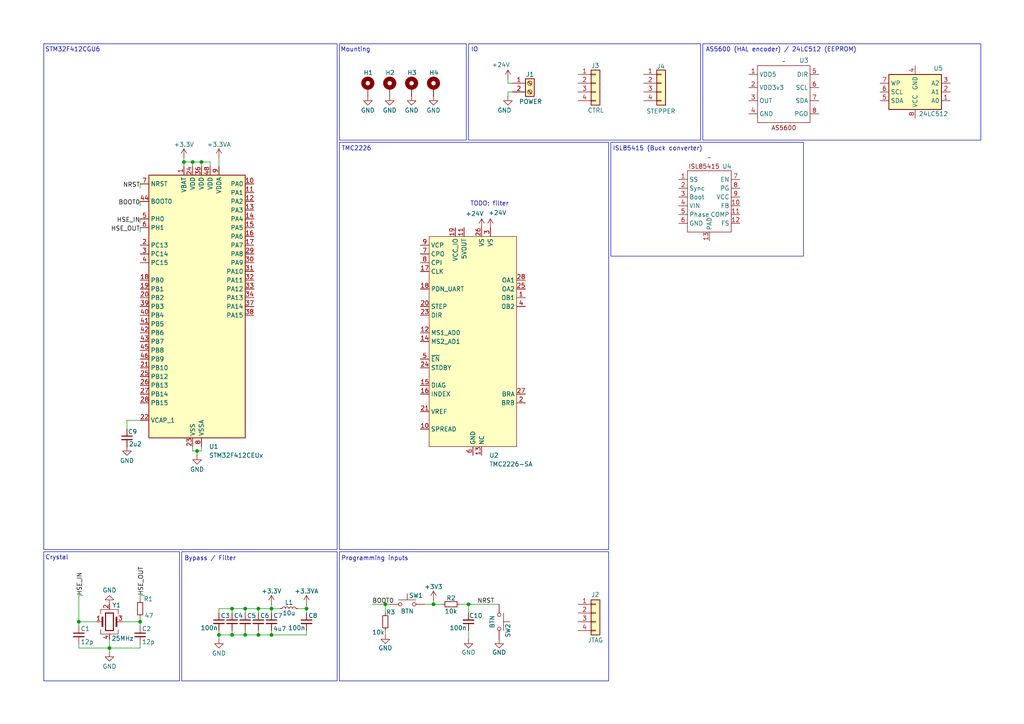
<source format=kicad_sch>
(kicad_sch (version 20231120) (generator "eeschema") (generator_version "8.0")
  (paper "A4")
  (lib_symbols
    (symbol "Connector:Screw_Terminal_01x02" (pin_names (offset 1.016) hide)
      (property "Reference" "J" (at 0 2.54 0))
      (property "Value" "Screw_Terminal_01x02" (at 0 -5.08 0))
      (symbol "Screw_Terminal_01x02_1_1"
        (rectangle (start -1.27 1.27) (end 1.27 -3.81) (stroke (width 0.254)) (fill (type background)))
        (circle (center 0 -2.54) (radius 0.635) (stroke (width 0.1524)))
        (polyline (pts (xy -0.5334 -2.2098) (xy 0.3302 -3.048)) (stroke (width 0.1524)))
        (polyline (pts (xy -0.5334 0.3302) (xy 0.3302 -0.508)) (stroke (width 0.1524)))
        (polyline (pts (xy -0.3556 -2.032) (xy 0.508 -2.8702)) (stroke (width 0.1524)))
        (polyline (pts (xy -0.3556 0.508) (xy 0.508 -0.3302)) (stroke (width 0.1524)))
        (circle (center 0 0) (radius 0.635) (stroke (width 0.1524)))
        (pin passive line (at -5.08 0 0) (length 3.81) (name "Pin_1") (number "1"))
        (pin passive line (at -5.08 -2.54 0) (length 3.81) (name "Pin_2") (number "2"))
      )
    )
    (symbol "Connector_Generic:Conn_01x04" (pin_names (offset 1.016) hide)
      (property "Reference" "J" (at 0 5.08 0))
      (property "Value" "Conn_01x04" (at 0 -7.62 0))
      (symbol "Conn_01x04_1_1"
        (rectangle (start -1.27 -4.953) (end 0 -5.207) (stroke (width 0.1524)))
        (rectangle (start -1.27 -2.413) (end 0 -2.667) (stroke (width 0.1524)))
        (rectangle (start -1.27 0.127) (end 0 -0.127) (stroke (width 0.1524)))
        (rectangle (start -1.27 2.667) (end 0 2.413) (stroke (width 0.1524)))
        (rectangle (start -1.27 3.81) (end 1.27 -6.35) (stroke (width 0.254)) (fill (type background)))
        (pin passive line (at -5.08 2.54 0) (length 3.81) (name "Pin_1") (number "1"))
        (pin passive line (at -5.08 0 0) (length 3.81) (name "Pin_2") (number "2"))
        (pin passive line (at -5.08 -2.54 0) (length 3.81) (name "Pin_3") (number "3"))
        (pin passive line (at -5.08 -5.08 0) (length 3.81) (name "Pin_4") (number "4"))
      )
    )
    (symbol "Device:C_Small" (pin_numbers hide) (pin_names (offset 0.254) hide)
      (property "Reference" "C" (at 0.254 1.778 0))
      (property "Value" "C_Small" (at 0.254 -2.032 0))
      (symbol "C_Small_0_1"
        (polyline (pts (xy -1.524 -0.508) (xy 1.524 -0.508)) (stroke (width 0.3302)))
        (polyline (pts (xy -1.524 0.508) (xy 1.524 0.508)) (stroke (width 0.3048)))
      )
      (symbol "C_Small_1_1"
        (pin passive line (at 0 2.54 270) (length 2.032) (name "~") (number "1"))
        (pin passive line (at 0 -2.54 90) (length 2.032) (name "~") (number "2"))
      )
    )
    (symbol "Device:Crystal_GND24" (pin_names (offset 1.016) hide)
      (property "Reference" "Y" (at 3.175 5.08 0))
      (property "Value" "Crystal_GND24" (at 3.175 3.175 0))
      (symbol "Crystal_GND24_0_1"
        (rectangle (start -1.143 2.54) (end 1.143 -2.54) (stroke (width 0.3048)))
        (polyline (pts (xy -2.54 0) (xy -2.032 0)))
        (polyline (pts (xy -2.032 -1.27) (xy -2.032 1.27)) (stroke (width 0.508)))
        (polyline (pts (xy 0 -3.81) (xy 0 -3.556)))
        (polyline (pts (xy 0 3.556) (xy 0 3.81)))
        (polyline (pts (xy 2.032 -1.27) (xy 2.032 1.27)) (stroke (width 0.508)))
        (polyline (pts (xy 2.032 0) (xy 2.54 0)))
        (polyline (pts (xy -2.54 -2.286) (xy -2.54 -3.556) (xy 2.54 -3.556) (xy 2.54 -2.286)))
        (polyline (pts (xy -2.54 2.286) (xy -2.54 3.556) (xy 2.54 3.556) (xy 2.54 2.286)))
      )
      (symbol "Crystal_GND24_1_1"
        (pin passive line (at -3.81 0 0) (length 1.27) (name "1") (number "1"))
        (pin passive line (at 0 5.08 270) (length 1.27) (name "2") (number "2"))
        (pin passive line (at 3.81 0 180) (length 1.27) (name "3") (number "3"))
        (pin passive line (at 0 -5.08 90) (length 1.27) (name "4") (number "4"))
      )
    )
    (symbol "Device:L_Small" (pin_numbers hide) (pin_names (offset 0.254) hide)
      (property "Reference" "L" (at 0.762 1.016 0))
      (property "Value" "L_Small" (at 0.762 -1.016 0))
      (symbol "L_Small_0_1"
        (arc (start 0 -2.032) (mid 0.5058 -1.524) (end 0 -1.016))
        (arc (start 0 -1.016) (mid 0.5058 -0.508) (end 0 0))
        (arc (start 0 0) (mid 0.5058 0.508) (end 0 1.016))
        (arc (start 0 1.016) (mid 0.5058 1.524) (end 0 2.032))
      )
      (symbol "L_Small_1_1"
        (pin passive line (at 0 2.54 270) (length 0.508) (name "~") (number "1"))
        (pin passive line (at 0 -2.54 90) (length 0.508) (name "~") (number "2"))
      )
    )
    (symbol "Device:R_Small" (pin_numbers hide) (pin_names (offset 0.254) hide)
      (property "Reference" "R" (at 0.762 0.508 0))
      (property "Value" "R_Small" (at 0.762 -1.016 0))
      (symbol "R_Small_0_1"
        (rectangle (start -0.762 1.778) (end 0.762 -1.778) (stroke (width 0.2032)))
      )
      (symbol "R_Small_1_1"
        (pin passive line (at 0 2.54 270) (length 0.762) (name "~") (number "1"))
        (pin passive line (at 0 -2.54 90) (length 0.762) (name "~") (number "2"))
      )
    )
    (symbol "Driver_Motor:TMC2226-SA"
      (property "Reference" "U" (at 0 0 0))
      (property "Value" "TMC2226-SA" (at 5.08 -2.54 0))
      (symbol "TMC2226-SA_1_1"
        (rectangle (start -12.7 30.48) (end 12.7 -30.48) (fill (type background)))
        (pin output line (at 15.24 12.7 180) (length 2.54) (name "OB1") (number "1"))
        (pin input line (at -15.24 -25.4 0) (length 2.54) (name "SPREAD") (number "10"))
        (pin power_out line (at -2.54 33.02 270) (length 2.54) (name "5VOUT") (number "11"))
        (pin input line (at -15.24 2.54 0) (length 2.54) (name "MS1_AD0") (number "12"))
        (pin passive line (at 2.54 -33.02 90) (length 2.54) (name "NC") (number "13"))
        (pin input line (at -15.24 0 0) (length 2.54) (name "MS2_AD1") (number "14"))
        (pin output line (at -15.24 -12.7 0) (length 2.54) (name "DIAG") (number "15"))
        (pin output line (at -15.24 -15.24 0) (length 2.54) (name "INDEX") (number "16"))
        (pin input line (at -15.24 20.32 0) (length 2.54) (name "CLK") (number "17"))
        (pin bidirectional line (at -15.24 15.24 0) (length 2.54) (name "PDN_UART") (number "18"))
        (pin power_in line (at -5.08 33.02 270) (length 2.54) (name "VCC_IO") (number "19"))
        (pin passive line (at 15.24 -17.78 180) (length 2.54) (name "BRB") (number "2"))
        (pin input line (at -15.24 10.16 0) (length 2.54) (name "STEP") (number "20"))
        (pin passive line (at -15.24 -20.32 0) (length 2.54) (name "VREF") (number "21"))
        (pin passive line (at 0 -33.02 90) (length 2.54) hide (name "GND") (number "22"))
        (pin input line (at -15.24 7.62 0) (length 2.54) (name "DIR") (number "23"))
        (pin input line (at -15.24 -7.62 0) (length 2.54) (name "STDBY") (number "24"))
        (pin output line (at 15.24 15.24 180) (length 2.54) (name "OA2") (number "25"))
        (pin power_in line (at 2.54 33.02 270) (length 2.54) (name "VS") (number "26"))
        (pin passive line (at 15.24 -15.24 180) (length 2.54) (name "BRA") (number "27"))
        (pin output line (at 15.24 17.78 180) (length 2.54) (name "OA1") (number "28"))
        (pin passive line (at 0 -33.02 90) (length 2.54) hide (name "GND") (number "29"))
        (pin power_in line (at 5.08 33.02 270) (length 2.54) (name "VS") (number "3"))
        (pin output line (at 15.24 10.16 180) (length 2.54) (name "OB2") (number "4"))
        (pin input line (at -15.24 -5.08 0) (length 2.54) (name "~{EN}") (number "5"))
        (pin power_in line (at 0 -33.02 90) (length 2.54) (name "GND") (number "6"))
        (pin input line (at -15.24 25.4 0) (length 2.54) (name "CPO") (number "7"))
        (pin input line (at -15.24 22.86 0) (length 2.54) (name "CPI") (number "8"))
        (pin passive line (at -15.24 27.94 0) (length 2.54) (name "VCP") (number "9"))
      )
    )
    (symbol "MCU_ST_STM32F4:STM32F412CEUx"
      (property "Reference" "U" (at -12.7 39.37 0))
      (property "Value" "STM32F412CEUx" (at 10.16 39.37 0))
      (symbol "STM32F412CEUx_0_1"
        (rectangle (start -12.7 -38.1) (end 15.24 38.1) (stroke (width 0.254)) (fill (type background)))
      )
      (symbol "STM32F412CEUx_1_1"
        (pin power_in line (at -2.54 40.64 270) (length 2.54) (name "VBAT") (number "1"))
        (pin bidirectional line (at 17.78 35.56 180) (length 2.54) (name "PA0") (number "10"))
        (pin bidirectional line (at 17.78 33.02 180) (length 2.54) (name "PA1") (number "11"))
        (pin bidirectional line (at 17.78 30.48 180) (length 2.54) (name "PA2") (number "12"))
        (pin bidirectional line (at 17.78 27.94 180) (length 2.54) (name "PA3") (number "13"))
        (pin bidirectional line (at 17.78 25.4 180) (length 2.54) (name "PA4") (number "14"))
        (pin bidirectional line (at 17.78 22.86 180) (length 2.54) (name "PA5") (number "15"))
        (pin bidirectional line (at 17.78 20.32 180) (length 2.54) (name "PA6") (number "16"))
        (pin bidirectional line (at 17.78 17.78 180) (length 2.54) (name "PA7") (number "17"))
        (pin bidirectional line (at -15.24 7.62 0) (length 2.54) (name "PB0") (number "18"))
        (pin bidirectional line (at -15.24 5.08 0) (length 2.54) (name "PB1") (number "19"))
        (pin bidirectional line (at -15.24 17.78 0) (length 2.54) (name "PC13") (number "2"))
        (pin bidirectional line (at -15.24 2.54 0) (length 2.54) (name "PB2") (number "20"))
        (pin bidirectional line (at -15.24 -17.78 0) (length 2.54) (name "PB10") (number "21"))
        (pin power_out line (at -15.24 -33.02 0) (length 2.54) (name "VCAP_1") (number "22"))
        (pin power_in line (at 0 -40.64 90) (length 2.54) (name "VSS") (number "23"))
        (pin power_in line (at 0 40.64 270) (length 2.54) (name "VDD") (number "24"))
        (pin bidirectional line (at -15.24 -20.32 0) (length 2.54) (name "PB12") (number "25"))
        (pin bidirectional line (at -15.24 -22.86 0) (length 2.54) (name "PB13") (number "26"))
        (pin bidirectional line (at -15.24 -25.4 0) (length 2.54) (name "PB14") (number "27"))
        (pin bidirectional line (at -15.24 -27.94 0) (length 2.54) (name "PB15") (number "28"))
        (pin bidirectional line (at 17.78 15.24 180) (length 2.54) (name "PA8") (number "29"))
        (pin bidirectional line (at -15.24 15.24 0) (length 2.54) (name "PC14") (number "3"))
        (pin bidirectional line (at 17.78 12.7 180) (length 2.54) (name "PA9") (number "30"))
        (pin bidirectional line (at 17.78 10.16 180) (length 2.54) (name "PA10") (number "31"))
        (pin bidirectional line (at 17.78 7.62 180) (length 2.54) (name "PA11") (number "32"))
        (pin bidirectional line (at 17.78 5.08 180) (length 2.54) (name "PA12") (number "33"))
        (pin bidirectional line (at 17.78 2.54 180) (length 2.54) (name "PA13") (number "34"))
        (pin passive line (at 0 -40.64 90) (length 2.54) hide (name "VSS") (number "35"))
        (pin power_in line (at 2.54 40.64 270) (length 2.54) (name "VDD") (number "36"))
        (pin bidirectional line (at 17.78 0 180) (length 2.54) (name "PA14") (number "37"))
        (pin bidirectional line (at 17.78 -2.54 180) (length 2.54) (name "PA15") (number "38"))
        (pin bidirectional line (at -15.24 0 0) (length 2.54) (name "PB3") (number "39"))
        (pin bidirectional line (at -15.24 12.7 0) (length 2.54) (name "PC15") (number "4"))
        (pin bidirectional line (at -15.24 -2.54 0) (length 2.54) (name "PB4") (number "40"))
        (pin bidirectional line (at -15.24 -5.08 0) (length 2.54) (name "PB5") (number "41"))
        (pin bidirectional line (at -15.24 -7.62 0) (length 2.54) (name "PB6") (number "42"))
        (pin bidirectional line (at -15.24 -10.16 0) (length 2.54) (name "PB7") (number "43"))
        (pin input line (at -15.24 30.48 0) (length 2.54) (name "BOOT0") (number "44"))
        (pin bidirectional line (at -15.24 -12.7 0) (length 2.54) (name "PB8") (number "45"))
        (pin bidirectional line (at -15.24 -15.24 0) (length 2.54) (name "PB9") (number "46"))
        (pin passive line (at 0 -40.64 90) (length 2.54) hide (name "VSS") (number "47"))
        (pin power_in line (at 5.08 40.64 270) (length 2.54) (name "VDD") (number "48"))
        (pin passive line (at 0 -40.64 90) (length 2.54) hide (name "VSS") (number "49"))
        (pin bidirectional line (at -15.24 25.4 0) (length 2.54) (name "PH0") (number "5"))
        (pin bidirectional line (at -15.24 22.86 0) (length 2.54) (name "PH1") (number "6"))
        (pin input line (at -15.24 35.56 0) (length 2.54) (name "NRST") (number "7"))
        (pin power_in line (at 2.54 -40.64 90) (length 2.54) (name "VSSA") (number "8"))
        (pin power_in line (at 7.62 40.64 270) (length 2.54) (name "VDDA") (number "9"))
      )
    )
    (symbol "Marijn:AS5600"
      (property "Reference" "U" (at 6.604 8.89 0))
      (symbol "AS5600_0_1"
        (rectangle (start -7.62 7.62) (end 7.62 -8.89))
      )
      (symbol "AS5600_1_1"
        (text "AS5600" (at 0 -10.414 0) (effects (font (size 1.27 1.27))))
        (pin power_in line (at -10.16 5.08 0) (length 2.54) (name "VDD5") (number "1"))
        (pin power_in line (at -10.16 1.27 0) (length 2.54) (name "VDD3v3") (number "2"))
        (pin output line (at -10.16 -2.54 0) (length 2.54) (name "OUT") (number "3"))
        (pin power_in line (at -10.16 -6.35 0) (length 2.54) (name "GND") (number "4"))
        (pin input line (at 10.16 5.08 180) (length 2.54) (name "DIR") (number "5"))
        (pin input line (at 10.16 1.27 180) (length 2.54) (name "SCL") (number "6"))
        (pin bidirectional line (at 10.16 -2.54 180) (length 2.54) (name "SDA") (number "7"))
        (pin input line (at 10.16 -6.35 180) (length 2.54) (name "PGO") (number "8"))
      )
    )
    (symbol "Marijn:ISL85415"
      (property "Reference" "U" (at 5.588 8.636 0))
      (symbol "ISL85415_0_1"
        (rectangle (start -6.35 7.62) (end 6.35 -10.16))
      )
      (symbol "ISL85415_1_1"
        (text "ISL85415" (at -1.524 8.89 0) (effects (font (size 1.27 1.27))))
        (pin input line (at -8.89 5.08 0) (length 2.54) (name "SS") (number "1"))
        (pin input line (at 8.89 -2.54 180) (length 2.54) (name "FB") (number "10"))
        (pin input line (at 8.89 -5.08 180) (length 2.54) (name "COMP") (number "11"))
        (pin input line (at 8.89 -7.62 180) (length 2.54) (name "FS") (number "12"))
        (pin input line (at 0 -12.7 90) (length 2.54) (name "PAD") (number "13"))
        (pin input line (at -8.89 2.54 0) (length 2.54) (name "Sync") (number "2"))
        (pin input line (at -8.89 0 0) (length 2.54) (name "Boot") (number "3"))
        (pin power_in line (at -8.89 -2.54 0) (length 2.54) (name "VIN") (number "4"))
        (pin input line (at -8.89 -5.08 0) (length 2.54) (name "Phase") (number "5"))
        (pin power_in line (at -8.89 -7.62 0) (length 2.54) (name "GND") (number "6"))
        (pin input line (at 8.89 5.08 180) (length 2.54) (name "EN") (number "7"))
        (pin input line (at 8.89 2.54 180) (length 2.54) (name "PG") (number "8"))
        (pin input line (at 8.89 0 180) (length 2.54) (name "VCC") (number "9"))
      )
    )
    (symbol "Mechanical:MountingHole_Pad" (pin_numbers hide) (pin_names (offset 1.016) hide) (exclude_from_sim yes) (in_bom no)
      (property "Reference" "H" (at 0 6.35 0))
      (property "Value" "MountingHole_Pad" (at 0 4.445 0))
      (symbol "MountingHole_Pad_0_1"
        (circle (center 0 1.27) (radius 1.27) (stroke (width 1.27)))
      )
      (symbol "MountingHole_Pad_1_1"
        (pin input line (at 0 -2.54 90) (length 2.54) (name "1") (number "1"))
      )
    )
    (symbol "Memory_EEPROM:24LC512"
      (property "Reference" "U" (at -6.35 6.35 0))
      (property "Value" "24LC512" (at 1.27 6.35 0))
      (symbol "24LC512_1_1"
        (rectangle (start -7.62 5.08) (end 7.62 -5.08) (stroke (width 0.254)) (fill (type background)))
        (pin input line (at -10.16 2.54 0) (length 2.54) (name "A0") (number "1"))
        (pin input line (at -10.16 0 0) (length 2.54) (name "A1") (number "2"))
        (pin input line (at -10.16 -2.54 0) (length 2.54) (name "A2") (number "3"))
        (pin power_in line (at 0 -7.62 90) (length 2.54) (name "GND") (number "4"))
        (pin bidirectional line (at 10.16 2.54 180) (length 2.54) (name "SDA") (number "5"))
        (pin input line (at 10.16 0 180) (length 2.54) (name "SCL") (number "6"))
        (pin input line (at 10.16 -2.54 180) (length 2.54) (name "WP") (number "7"))
        (pin power_in line (at 0 7.62 270) (length 2.54) (name "VCC") (number "8"))
      )
    )
    (symbol "Switch:SW_Push" (pin_numbers hide) (pin_names (offset 1.016) hide)
      (property "Reference" "SW" (at 1.27 2.54 0))
      (property "Value" "SW_Push" (at 0 -1.524 0))
      (symbol "SW_Push_0_1"
        (circle (center -2.032 0) (radius 0.508))
        (polyline (pts (xy 0 1.27) (xy 0 3.048)))
        (polyline (pts (xy 2.54 1.27) (xy -2.54 1.27)))
        (circle (center 2.032 0) (radius 0.508))
        (pin passive line (at -5.08 0 0) (length 2.54) (name "1") (number "1"))
        (pin passive line (at 5.08 0 180) (length 2.54) (name "2") (number "2"))
      )
    )
    (symbol "power:+24V" (power) (pin_numbers hide) (pin_names (offset 0) hide)
      (property "Value" "+24V" (at 0 3.556 0))
      (symbol "+24V_0_1"
        (polyline (pts (xy -0.762 1.27) (xy 0 2.54)))
        (polyline (pts (xy 0 0) (xy 0 2.54)))
        (polyline (pts (xy 0 2.54) (xy 0.762 1.27)))
      )
      (symbol "+24V_1_1"
        (pin power_in line (at 0 0 90) (length 0) (name "~") (number "1"))
      )
    )
    (symbol "power:+3.3V" (power) (pin_numbers hide) (pin_names (offset 0) hide)
      (property "Value" "+3.3V" (at 0 3.556 0))
      (symbol "+3.3V_0_1"
        (polyline (pts (xy -0.762 1.27) (xy 0 2.54)))
        (polyline (pts (xy 0 0) (xy 0 2.54)))
        (polyline (pts (xy 0 2.54) (xy 0.762 1.27)))
      )
      (symbol "+3.3V_1_1"
        (pin power_in line (at 0 0 90) (length 0) (name "~") (number "1"))
      )
    )
    (symbol "power:+3.3VA" (power) (pin_numbers hide) (pin_names (offset 0) hide)
      (property "Value" "+3.3VA" (at 0 3.556 0))
      (symbol "+3.3VA_0_1"
        (polyline (pts (xy -0.762 1.27) (xy 0 2.54)))
        (polyline (pts (xy 0 0) (xy 0 2.54)))
        (polyline (pts (xy 0 2.54) (xy 0.762 1.27)))
      )
      (symbol "+3.3VA_1_1"
        (pin power_in line (at 0 0 90) (length 0) (name "~") (number "1"))
      )
    )
    (symbol "power:+3V3" (power) (pin_numbers hide) (pin_names (offset 0) hide)
      (property "Value" "+3V3" (at 0 3.556 0))
      (symbol "+3V3_0_1"
        (polyline (pts (xy -0.762 1.27) (xy 0 2.54)))
        (polyline (pts (xy 0 0) (xy 0 2.54)))
        (polyline (pts (xy 0 2.54) (xy 0.762 1.27)))
      )
      (symbol "+3V3_1_1"
        (pin power_in line (at 0 0 90) (length 0) (name "~") (number "1"))
      )
    )
    (symbol "power:GND" (power) (pin_numbers hide) (pin_names (offset 0) hide)
      (property "Value" "GND" (at 0 -3.81 0))
      (symbol "GND_0_1"
        (polyline (pts (xy 0 0) (xy 0 -1.27) (xy 1.27 -1.27) (xy 0 -2.54) (xy -1.27 -1.27) (xy 0 -1.27)))
      )
      (symbol "GND_1_1"
        (pin power_in line (at 0 0 270) (length 0) (name "~") (number "1"))
      )
    )
  )
  (junction (at 111.76 175.26))
  (junction (at 58.42 46.99))
  (junction (at 71.12 176.53))
  (junction (at 55.88 46.99))
  (junction (at 67.31 184.15))
  (junction (at 78.74 176.53))
  (junction (at 67.31 176.53))
  (junction (at 40.64 180.34))
  (junction (at 125.73 175.26))
  (junction (at 63.5 184.15))
  (junction (at 78.74 184.15))
  (junction (at 31.75 187.96))
  (junction (at 22.86 180.34))
  (junction (at 74.93 184.15))
  (junction (at 71.12 184.15))
  (junction (at 57.15 130.81))
  (junction (at 74.93 176.53))
  (junction (at 88.9 176.53))
  (junction (at 135.89 175.26))
  (junction (at 53.34 46.99))
  (wire (pts (xy 147.32 24.13) (xy 148.59 24.13)))
  (wire (pts (xy 78.74 176.53) (xy 78.74 177.8)))
  (wire (pts (xy 36.83 121.92) (xy 40.64 121.92)))
  (wire (pts (xy 35.56 180.34) (xy 40.64 180.34)))
  (wire (pts (xy 57.15 130.81) (xy 58.42 130.81)))
  (wire (pts (xy 71.12 182.88) (xy 71.12 184.15)))
  (wire (pts (xy 58.42 46.99) (xy 60.96 46.99)))
  (wire (pts (xy 55.88 46.99) (xy 55.88 48.26)))
  (wire (pts (xy 125.73 173.99) (xy 125.73 175.26)))
  (wire (pts (xy 74.93 182.88) (xy 74.93 184.15)))
  (wire (pts (xy 36.83 124.46) (xy 36.83 121.92)))
  (wire (pts (xy 71.12 184.15) (xy 74.93 184.15)))
  (wire (pts (xy 88.9 176.53) (xy 88.9 175.26)))
  (wire (pts (xy 27.94 180.34) (xy 22.86 180.34)))
  (wire (pts (xy 74.93 184.15) (xy 78.74 184.15)))
  (wire (pts (xy 40.64 187.96) (xy 40.64 186.69)))
  (wire (pts (xy 78.74 184.15) (xy 78.74 182.88)))
  (wire (pts (xy 40.64 172.72) (xy 40.64 173.99)))
  (wire (pts (xy 67.31 176.53) (xy 63.5 176.53)))
  (wire (pts (xy 40.64 54.61) (xy 40.64 53.34)))
  (wire (pts (xy 74.93 176.53) (xy 74.93 177.8)))
  (wire (pts (xy 40.64 179.07) (xy 40.64 180.34)))
  (wire (pts (xy 71.12 176.53) (xy 67.31 176.53)))
  (wire (pts (xy 78.74 176.53) (xy 74.93 176.53)))
  (wire (pts (xy 88.9 184.15) (xy 88.9 182.88)))
  (wire (pts (xy 78.74 184.15) (xy 88.9 184.15)))
  (wire (pts (xy 147.32 27.94) (xy 147.32 26.67)))
  (wire (pts (xy 63.5 176.53) (xy 63.5 177.8)))
  (wire (pts (xy 22.86 186.69) (xy 22.86 187.96)))
  (wire (pts (xy 24.13 172.72) (xy 22.86 172.72)))
  (wire (pts (xy 88.9 176.53) (xy 88.9 177.8)))
  (wire (pts (xy 74.93 176.53) (xy 71.12 176.53)))
  (wire (pts (xy 57.15 132.08) (xy 57.15 130.81)))
  (wire (pts (xy 40.64 59.69) (xy 40.64 58.42)))
  (wire (pts (xy 22.86 187.96) (xy 31.75 187.96)))
  (wire (pts (xy 31.75 189.23) (xy 31.75 187.96)))
  (wire (pts (xy 22.86 172.72) (xy 22.86 180.34)))
  (wire (pts (xy 133.35 175.26) (xy 135.89 175.26)))
  (wire (pts (xy 63.5 184.15) (xy 67.31 184.15)))
  (wire (pts (xy 22.86 180.34) (xy 22.86 181.61)))
  (wire (pts (xy 107.95 175.26) (xy 111.76 175.26)))
  (wire (pts (xy 40.64 64.77) (xy 40.64 63.5)))
  (wire (pts (xy 135.89 175.26) (xy 144.78 175.26)))
  (wire (pts (xy 40.64 180.34) (xy 40.64 181.61)))
  (wire (pts (xy 58.42 130.81) (xy 58.42 129.54)))
  (wire (pts (xy 125.73 175.26) (xy 128.27 175.26)))
  (wire (pts (xy 111.76 182.88) (xy 111.76 184.15)))
  (wire (pts (xy 40.64 67.31) (xy 40.64 66.04)))
  (wire (pts (xy 57.15 130.81) (xy 55.88 130.81)))
  (wire (pts (xy 111.76 175.26) (xy 111.76 177.8)))
  (wire (pts (xy 78.74 176.53) (xy 81.28 176.53)))
  (wire (pts (xy 53.34 45.72) (xy 53.34 46.99)))
  (wire (pts (xy 125.73 175.26) (xy 123.19 175.26)))
  (wire (pts (xy 41.91 172.72) (xy 40.64 172.72)))
  (wire (pts (xy 31.75 187.96) (xy 40.64 187.96)))
  (wire (pts (xy 111.76 175.26) (xy 113.03 175.26)))
  (wire (pts (xy 67.31 176.53) (xy 67.31 177.8)))
  (wire (pts (xy 135.89 175.26) (xy 135.89 177.8)))
  (wire (pts (xy 71.12 176.53) (xy 71.12 177.8)))
  (wire (pts (xy 147.32 22.86) (xy 147.32 24.13)))
  (wire (pts (xy 63.5 182.88) (xy 63.5 184.15)))
  (wire (pts (xy 86.36 176.53) (xy 88.9 176.53)))
  (wire (pts (xy 78.74 175.26) (xy 78.74 176.53)))
  (wire (pts (xy 53.34 46.99) (xy 53.34 48.26)))
  (wire (pts (xy 58.42 46.99) (xy 58.42 48.26)))
  (wire (pts (xy 135.89 182.88) (xy 135.89 185.42)))
  (wire (pts (xy 55.88 46.99) (xy 58.42 46.99)))
  (wire (pts (xy 53.34 46.99) (xy 55.88 46.99)))
  (wire (pts (xy 31.75 185.42) (xy 31.75 187.96)))
  (wire (pts (xy 147.32 26.67) (xy 148.59 26.67)))
  (wire (pts (xy 67.31 182.88) (xy 67.31 184.15)))
  (wire (pts (xy 60.96 46.99) (xy 60.96 48.26)))
  (wire (pts (xy 63.5 185.42) (xy 63.5 184.15)))
  (wire (pts (xy 67.31 184.15) (xy 71.12 184.15)))
  (wire (pts (xy 55.88 130.81) (xy 55.88 129.54)))
  (wire (pts (xy 63.5 45.72) (xy 63.5 48.26)))
  (rectangle (start 12.7 160.02) (end 52.07 197.485))
  (rectangle (start 98.425 12.7) (end 135.255 40.64))
  (rectangle (start 98.425 160.02) (end 176.53 197.485))
  (rectangle (start 52.705 160.02) (end 97.79 197.485))
  (rectangle (start 203.835 12.7) (end 284.48 40.64))
  (rectangle (start 98.425 41.275) (end 176.53 159.385))
  (rectangle (start 177.165 41.275) (end 233.045 74.295))
  (rectangle (start 135.89 12.7) (end 203.2 40.64))
  (rectangle (start 12.7 12.7) (end 97.79 159.385))
  (text "TMC2226" (at 103.378 43.18 0) (effects (font (size 1.27 1.27))))
  (text "Programming inputs" (at 108.712 162.052 0) (effects (font (size 1.27 1.27))))
  (text "Bypass / Filter" (at 60.96 162.052 0) (effects (font (size 1.27 1.27))))
  (text "Crystal" (at 16.51 161.798 0) (effects (font (size 1.27 1.27))))
  (text "ISL85415 (Buck converter)" (at 190.754 43.18 0) (effects (font (size 1.27 1.27))))
  (text "TODO: filter" (at 141.986 59.182 0) (effects (font (size 1.27 1.27))))
  (text "Mounting" (at 103.124 14.478 0) (effects (font (size 1.27 1.27))))
  (text "STM32F412CGU6" (at 21.082 14.478 0) (effects (font (size 1.27 1.27))))
  (text "IO" (at 137.668 14.478 0) (effects (font (size 1.27 1.27))))
  (text "AS5600 (HAL encoder) / 24LC512 (EEPROM)" (at 226.568 14.478 0) (effects (font (size 1.27 1.27))))
  (label "HSE_OUT" (at 41.91 172.72 90))
  (label "HSE_IN" (at 24.13 172.72 90))
  (label "NRST" (at 40.64 54.61 180))
  (label "HSE_OUT" (at 40.64 67.31 180))
  (label "NRST" (at 138.43 175.26 0))
  (label "HSE_IN" (at 40.64 64.77 180))
  (label "BOOT0" (at 107.95 175.26 0))
  (label "BOOT0" (at 40.64 59.69 180))
  (symbol (lib_id "power:GND") (at 135.89 185.42 0) (unit 1)
    (property "Reference" "#PWR019" (effects (hide yes)))
    (property "Value" "GND" (at 135.89 189.23 0))
    (property "Description" "Power symbol creates a global label with name \"GND\" , ground" (effects (hide yes)))
  )
  (symbol (lib_id "power:GND") (at 125.73 27.94 0) (unit 1)
    (property "Reference" "#PWR04" (effects (hide yes)))
    (property "Value" "GND" (at 125.73 32.004 0))
    (property "Description" "Power symbol creates a global label with name \"GND\" , ground" (effects (hide yes)))
  )
  (symbol (lib_id "Marijn:AS5600") (at 227.33 26.67 0) (unit 1)
    (property "Reference" "U3" (at 233.172 17.526 0))
    (property "Value" "~" (at 227.33 17.78 0))
    (property "Footprint" "Package_SO:SOIC-8_3.9x4.9mm_P1.27mm" (effects (hide yes)))
  )
  (symbol (lib_id "power:+24V") (at 147.32 22.86 0) (unit 1)
    (property "Reference" "#PWR05" (effects (hide yes)))
    (property "Value" "+24V" (at 145.288 18.796 0))
    (property "Description" "Power symbol creates a global label with name \"+24V\"" (effects (hide yes)))
  )
  (symbol (lib_id "Mechanical:MountingHole_Pad") (at 106.68 25.4 0) (unit 1) (exclude_from_sim yes) (in_bom no)
    (property "Reference" "H1" (at 105.41 21.082 0) (effects (justify left)))
    (property "Value" "MountingHole_Pad" (effects (hide yes)))
    (property "Footprint" "MountingHole:MountingHole_3.2mm_M3_Pad_Via" (effects (hide yes)))
    (property "Description" "Mounting Hole with connection" (effects (hide yes)))
  )
  (symbol (lib_id "Device:L_Small") (at 83.82 176.53 90) (unit 1)
    (property "Reference" "L1" (at 83.82 174.752 90))
    (property "Value" "10u" (at 83.82 177.8 90))
    (property "Footprint" "Inductor_SMD:L_0805_2012Metric" (effects (hide yes)))
    (property "Description" "Inductor, small symbol" (effects (hide yes)))
  )
  (symbol (lib_id "power:+3.3VA") (at 63.5 45.72 0) (unit 1)
    (property "Reference" "#PWR013" (effects (hide yes)))
    (property "Value" "+3.3VA" (at 63.5 41.91 0))
    (property "Description" "Power symbol creates a global label with name \"+3.3VA\"" (effects (hide yes)))
  )
  (symbol (lib_id "Switch:SW_Push") (at 144.78 180.34 270) (unit 1)
    (property "Reference" "SW2" (at 147.32 182.88 0))
    (property "Value" "BTN" (at 142.748 180.34 0))
    (property "Footprint" "Button_Switch_SMD:SW_SPST_PTS810" (effects (hide yes)))
    (property "Description" "Push button switch, generic, two pins" (effects (hide yes)))
    (property "LCSC" "C2681476" (effects (hide yes)))
  )
  (symbol (lib_id "power:+3.3V") (at 78.74 175.26 0) (unit 1)
    (property "Reference" "#PWR014" (effects (hide yes)))
    (property "Value" "+3.3V" (at 78.74 171.45 0))
    (property "Description" "Power symbol creates a global label with name \"+3.3V\"" (effects (hide yes)))
  )
  (symbol (lib_id "Device:C_Small") (at 88.9 180.34 0) (unit 1)
    (property "Reference" "C8" (at 89.408 178.562 0) (effects (justify left)))
    (property "Value" "100n" (at 83.566 182.118 0) (effects (justify left)))
    (property "Footprint" "Capacitor_SMD:C_0603_1608Metric" (effects (hide yes)))
    (property "Description" "Unpolarized capacitor, small symbol" (effects (hide yes)))
  )
  (symbol (lib_id "Mechanical:MountingHole_Pad") (at 113.03 25.4 0) (unit 1) (exclude_from_sim yes) (in_bom no)
    (property "Reference" "H2" (at 111.76 21.082 0) (effects (justify left)))
    (property "Value" "MountingHole_Pad" (effects (hide yes)))
    (property "Footprint" "MountingHole:MountingHole_3.2mm_M3_Pad_Via" (effects (hide yes)))
    (property "Description" "Mounting Hole with connection" (effects (hide yes)))
  )
  (symbol (lib_id "power:GND") (at 119.38 27.94 0) (unit 1)
    (property "Reference" "#PWR03" (effects (hide yes)))
    (property "Value" "GND" (at 119.38 32.004 0))
    (property "Description" "Power symbol creates a global label with name \"GND\" , ground" (effects (hide yes)))
  )
  (symbol (lib_id "Driver_Motor:TMC2226-SA") (at 137.16 99.06 0) (unit 1)
    (property "Reference" "U2" (at 141.8941 132.08 0) (effects (justify left)))
    (property "Value" "TMC2226-SA" (at 141.8941 134.62 0) (effects (justify left)))
    (property "Footprint" "Package_SO:HTSSOP-28-1EP_4.4x9.7mm_P0.65mm_EP2.75x6.2mm_ThermalVias" (effects (hide yes)))
    (property "Datasheet" "https://www.trinamic.com/fileadmin/assets/Products/ICs_Documents/TMC2226_datasheet_rev1.10.pdf" (effects (hide yes)))
    (property "Description" "Power Driver For Stepper Motors, 2.0A, 4.75-29V, HTSSOP-28" (effects (hide yes)))
  )
  (symbol (lib_id "Connector_Generic:Conn_01x04") (at 191.77 24.13 0) (unit 1)
    (property "Reference" "J4" (at 190.5 19.304 0) (effects (justify left)))
    (property "Value" "STEPPER" (at 187.452 32.258 0) (effects (justify left)))
    (property "Footprint" "Connector:FanPinHeader_1x04_P2.54mm_Vertical" (effects (hide yes)))
    (property "Description" "Generic connector, single row, 01x04, script generated (kicad-library-utils/schlib/autogen/connector/)" (effects (hide yes)))
  )
  (symbol (lib_id "Device:R_Small") (at 130.81 175.26 90) (unit 1)
    (property "Reference" "R2" (at 130.81 173.482 90))
    (property "Value" "10k" (at 130.81 177.292 90))
    (property "Footprint" "Resistor_SMD:R_0603_1608Metric" (effects (hide yes)))
    (property "Description" "Resistor, small symbol" (effects (hide yes)))
  )
  (symbol (lib_id "Device:R_Small") (at 40.64 176.53 0) (unit 1)
    (property "Reference" "R1" (at 41.656 173.736 0) (effects (justify left)))
    (property "Value" "47" (at 41.91 178.562 0) (effects (justify left)))
    (property "Footprint" "Resistor_SMD:R_0603_1608Metric" (effects (hide yes)))
    (property "Description" "Resistor, small symbol" (effects (hide yes)))
    (property "LCSC" "C25118" (effects (hide yes)))
  )
  (symbol (lib_id "power:GND") (at 36.83 129.54 0) (unit 1)
    (property "Reference" "#PWR021" (effects (hide yes)))
    (property "Value" "GND" (at 36.83 133.604 0))
    (property "Description" "Power symbol creates a global label with name \"GND\" , ground" (effects (hide yes)))
  )
  (symbol (lib_id "Device:C_Small") (at 74.93 180.34 0) (unit 1)
    (property "Reference" "C6" (at 75.438 178.562 0) (effects (justify left)))
    (property "Value" "100n" (effects (hide yes)))
    (property "Footprint" "Capacitor_SMD:C_0603_1608Metric" (effects (hide yes)))
    (property "Description" "Unpolarized capacitor, small symbol" (effects (hide yes)))
  )
  (symbol (lib_id "Switch:SW_Push") (at 118.11 175.26 0) (unit 1)
    (property "Reference" "SW1" (at 120.65 172.72 0))
    (property "Value" "BTN" (at 118.11 177.292 0))
    (property "Footprint" "Button_Switch_SMD:SW_SPST_PTS810" (effects (hide yes)))
    (property "Description" "Push button switch, generic, two pins" (effects (hide yes)))
    (property "LCSC" "C2681476" (effects (hide yes)))
  )
  (symbol (lib_id "power:GND") (at 57.15 132.08 0) (unit 1)
    (property "Reference" "#PWR09" (effects (hide yes)))
    (property "Value" "GND" (at 57.15 136.144 0))
    (property "Description" "Power symbol creates a global label with name \"GND\" , ground" (effects (hide yes)))
  )
  (symbol (lib_id "Device:C_Small") (at 63.5 180.34 0) (unit 1)
    (property "Reference" "C3" (at 64.008 178.562 0) (effects (justify left)))
    (property "Value" "100n" (at 58.166 182.118 0) (effects (justify left)))
    (property "Footprint" "Capacitor_SMD:C_0603_1608Metric" (effects (hide yes)))
    (property "Description" "Unpolarized capacitor, small symbol" (effects (hide yes)))
  )
  (symbol (lib_id "Connector:Screw_Terminal_01x02") (at 153.67 24.13 0) (unit 1)
    (property "Reference" "J1" (at 154.94 21.59 0) (effects (justify right)))
    (property "Value" "POWER" (at 157.226 29.464 0) (effects (justify right)))
    (property "Footprint" "TerminalBlock:TerminalBlock_Xinya_XY308-2.54-2P_1x02_P2.54mm_Horizontal" (effects (hide yes)))
    (property "Description" "Generic screw terminal, single row, 01x02, script generated (kicad-library-utils/schlib/autogen/connector/)" (effects (hide yes)))
  )
  (symbol (lib_id "Marijn:ISL85415") (at 205.74 57.15 0) (unit 1)
    (property "Reference" "U4" (at 210.82 48.26 0))
    (property "Value" "~" (at 205.74 45.72 0))
    (property "Footprint" "Package_DFN_QFN:DFN-12-1EP_3x4mm_P0.5mm_EP1.7x3.3mm" (effects (hide yes)))
  )
  (symbol (lib_id "power:GND") (at 144.78 185.42 0) (unit 1)
    (property "Reference" "#PWR020" (effects (hide yes)))
    (property "Value" "GND" (at 144.78 189.23 0))
    (property "Description" "Power symbol creates a global label with name \"GND\" , ground" (effects (hide yes)))
  )
  (symbol (lib_id "Connector_Generic:Conn_01x04") (at 172.72 177.8 0) (unit 1)
    (property "Reference" "J2" (at 171.45 172.466 0) (effects (justify left)))
    (property "Value" "JTAG" (at 170.434 185.674 0) (effects (justify left)))
    (property "Footprint" "Connector_PinHeader_2.00mm:PinHeader_1x04_P2.00mm_Vertical" (effects (hide yes)))
    (property "Description" "Generic connector, single row, 01x04, script generated (kicad-library-utils/schlib/autogen/connector/)" (effects (hide yes)))
  )
  (symbol (lib_id "power:GND") (at 113.03 27.94 0) (unit 1)
    (property "Reference" "#PWR02" (effects (hide yes)))
    (property "Value" "GND" (at 113.03 32.004 0))
    (property "Description" "Power symbol creates a global label with name \"GND\" , ground" (effects (hide yes)))
  )
  (symbol (lib_id "Device:C_Small") (at 135.89 180.34 180) (unit 1)
    (property "Reference" "C10" (at 139.954 178.562 0) (effects (justify left)))
    (property "Value" "100n" (at 135.382 182.118 0) (effects (justify left)))
    (property "Footprint" "Capacitor_SMD:C_0603_1608Metric" (effects (hide yes)))
    (property "Description" "Unpolarized capacitor, small symbol" (effects (hide yes)))
  )
  (symbol (lib_id "power:+3V3") (at 125.73 173.99 0) (mirror y) (unit 1)
    (property "Reference" "#PWR017" (effects (hide yes)))
    (property "Value" "+3V3" (at 125.73 170.18 0))
    (property "Description" "Power symbol creates a global label with name \"+3V3\"" (effects (hide yes)))
  )
  (symbol (lib_id "Device:C_Small") (at 36.83 127 0) (unit 1)
    (property "Reference" "C9" (at 37.084 125.222 0) (effects (justify left)))
    (property "Value" "2u2" (at 37.338 128.778 0) (effects (justify left)))
    (property "Footprint" "Capacitor_SMD:C_0603_1608Metric" (effects (hide yes)))
    (property "Datasheet" "https://www.lcsc.com/datasheet/lcsc_datasheet_2304140030_TDK-C1005X6S0G225MTJ00F_C343040.pdf" (effects (hide yes)))
    (property "Description" "TDK C1005X6S0G225MTJ00F" (effects (hide yes)))
    (property "LCSC" "C12530" (effects (hide yes)))
  )
  (symbol (lib_id "power:GND") (at 106.68 27.94 0) (unit 1)
    (property "Reference" "#PWR01" (effects (hide yes)))
    (property "Value" "GND" (at 106.68 32.004 0))
    (property "Description" "Power symbol creates a global label with name \"GND\" , ground" (effects (hide yes)))
  )
  (symbol (lib_id "power:GND") (at 147.32 27.94 0) (unit 1)
    (property "Reference" "#PWR06" (effects (hide yes)))
    (property "Value" "GND" (at 146.304 32.004 0))
    (property "Description" "Power symbol creates a global label with name \"GND\" , ground" (effects (hide yes)))
  )
  (symbol (lib_id "power:GND") (at 63.5 185.42 0) (unit 1)
    (property "Reference" "#PWR016" (effects (hide yes)))
    (property "Value" "GND" (at 63.5 189.484 0))
    (property "Description" "Power symbol creates a global label with name \"GND\" , ground" (effects (hide yes)))
  )
  (symbol (lib_id "Mechanical:MountingHole_Pad") (at 125.73 25.4 0) (unit 1) (exclude_from_sim yes) (in_bom no)
    (property "Reference" "H4" (at 124.46 21.082 0) (effects (justify left)))
    (property "Value" "MountingHole_Pad" (effects (hide yes)))
    (property "Footprint" "MountingHole:MountingHole_3.2mm_M3_Pad_Via" (effects (hide yes)))
    (property "Description" "Mounting Hole with connection" (effects (hide yes)))
  )
  (symbol (lib_id "Device:C_Small") (at 22.86 184.15 0) (unit 1)
    (property "Reference" "C1" (at 23.368 182.372 0) (effects (justify left)))
    (property "Value" "12p" (at 23.368 186.182 0) (effects (justify left)))
    (property "Footprint" "Capacitor_SMD:C_0603_1608Metric" (effects (hide yes)))
    (property "Description" "Unpolarized capacitor, small symbol" (effects (hide yes)))
  )
  (symbol (lib_id "Connector_Generic:Conn_01x04") (at 172.72 24.13 0) (unit 1)
    (property "Reference" "J3" (at 171.45 19.05 0) (effects (justify left)))
    (property "Value" "CTRL" (at 170.434 32.004 0) (effects (justify left)))
    (property "Footprint" "Connector_PinHeader_2.00mm:PinHeader_1x04_P2.00mm_Vertical" (effects (hide yes)))
    (property "Description" "Generic connector, single row, 01x04, script generated (kicad-library-utils/schlib/autogen/connector/)" (effects (hide yes)))
  )
  (symbol (lib_id "Device:C_Small") (at 78.74 180.34 0) (unit 1)
    (property "Reference" "C7" (at 79.248 178.562 0) (effects (justify left)))
    (property "Value" "4u7" (at 79.248 182.372 0) (effects (justify left)))
    (property "Footprint" "Capacitor_SMD:C_0603_1608Metric" (effects (hide yes)))
    (property "Description" "Unpolarized capacitor, small symbol" (effects (hide yes)))
  )
  (symbol (lib_id "power:GND") (at 31.75 175.26 180) (unit 1)
    (property "Reference" "#PWR011" (effects (hide yes)))
    (property "Value" "GND" (at 31.75 171.196 0))
    (property "Description" "Power symbol creates a global label with name \"GND\" , ground" (effects (hide yes)))
  )
  (symbol (lib_id "Mechanical:MountingHole_Pad") (at 119.38 25.4 0) (unit 1) (exclude_from_sim yes) (in_bom no)
    (property "Reference" "H3" (at 118.11 21.082 0) (effects (justify left)))
    (property "Value" "MountingHole_Pad" (effects (hide yes)))
    (property "Footprint" "MountingHole:MountingHole_3.2mm_M3_Pad_Via" (effects (hide yes)))
    (property "Description" "Mounting Hole with connection" (effects (hide yes)))
  )
  (symbol (lib_id "Device:Crystal_GND24") (at 31.75 180.34 0) (unit 1)
    (property "Reference" "Y1" (at 33.782 175.514 0))
    (property "Value" "25MHz" (at 35.56 185.166 0))
    (property "Footprint" "Crystal:Crystal_SMD_3225-4Pin_3.2x2.5mm" (effects (hide yes)))
    (property "Description" "Four pin crystal, GND on pins 2 and 4" (effects (hide yes)))
  )
  (symbol (lib_id "Device:C_Small") (at 40.64 184.15 0) (unit 1)
    (property "Reference" "C2" (at 41.148 182.372 0) (effects (justify left)))
    (property "Value" "12p" (at 41.148 186.182 0) (effects (justify left)))
    (property "Footprint" "Capacitor_SMD:C_0603_1608Metric" (effects (hide yes)))
    (property "Description" "Unpolarized capacitor, small symbol" (effects (hide yes)))
  )
  (symbol (lib_id "power:GND") (at 111.76 184.15 0) (unit 1)
    (property "Reference" "#PWR018" (effects (hide yes)))
    (property "Value" "GND" (at 111.76 187.96 0))
    (property "Description" "Power symbol creates a global label with name \"GND\" , ground" (effects (hide yes)))
  )
  (symbol (lib_id "Device:C_Small") (at 71.12 180.34 0) (unit 1)
    (property "Reference" "C5" (at 71.628 178.562 0) (effects (justify left)))
    (property "Value" "100n" (effects (hide yes)))
    (property "Footprint" "Capacitor_SMD:C_0603_1608Metric" (effects (hide yes)))
    (property "Description" "Unpolarized capacitor, small symbol" (effects (hide yes)))
  )
  (symbol (lib_id "power:+3.3VA") (at 88.9 175.26 0) (unit 1)
    (property "Reference" "#PWR015" (effects (hide yes)))
    (property "Value" "+3.3VA" (at 88.9 171.45 0))
    (property "Description" "Power symbol creates a global label with name \"+3.3VA\"" (effects (hide yes)))
  )
  (symbol (lib_id "Device:C_Small") (at 67.31 180.34 0) (unit 1)
    (property "Reference" "C4" (at 67.818 178.562 0) (effects (justify left)))
    (property "Value" "100n" (effects (hide yes)))
    (property "Footprint" "Capacitor_SMD:C_0603_1608Metric" (effects (hide yes)))
    (property "Description" "Unpolarized capacitor, small symbol" (effects (hide yes)))
  )
  (symbol (lib_id "power:+24V") (at 139.7 66.04 0) (unit 1)
    (property "Reference" "#PWR07" (effects (hide yes)))
    (property "Value" "+24V" (at 137.668 61.976 0))
    (property "Description" "Power symbol creates a global label with name \"+24V\"" (effects (hide yes)))
  )
  (symbol (lib_id "MCU_ST_STM32F4:STM32F412CEUx") (at 55.88 88.9 0) (unit 1)
    (property "Reference" "U1" (at 60.6141 129.54 0) (effects (justify left)))
    (property "Value" "STM32F412CEUx" (at 60.6141 132.08 0) (effects (justify left)))
    (property "Footprint" "Package_DFN_QFN:QFN-48-1EP_7x7mm_P0.5mm_EP5.6x5.6mm" (effects (hide yes)))
    (property "Datasheet" "https://www.st.com/resource/en/datasheet/stm32f412ce.pdf" (effects (hide yes)))
    (property "Description" "STMicroelectronics Arm Cortex-M4 MCU, 512KB flash, 256KB RAM, 100 MHz, 1.7-3.6V, 36 GPIO, UFQFPN48" (effects (hide yes)))
  )
  (symbol (lib_id "power:+3.3V") (at 53.34 45.72 0) (unit 1)
    (property "Reference" "#PWR012" (effects (hide yes)))
    (property "Value" "+3.3V" (at 53.34 41.91 0))
    (property "Description" "Power symbol creates a global label with name \"+3.3V\"" (effects (hide yes)))
  )
  (symbol (lib_id "power:GND") (at 31.75 189.23 0) (unit 1)
    (property "Reference" "#PWR010" (effects (hide yes)))
    (property "Value" "GND" (at 31.75 193.294 0))
    (property "Description" "Power symbol creates a global label with name \"GND\" , ground" (effects (hide yes)))
  )
  (symbol (lib_id "power:+24V") (at 142.24 66.04 0) (unit 1)
    (property "Reference" "#PWR08" (effects (hide yes)))
    (property "Value" "+24V" (at 144.272 61.722 0))
    (property "Description" "Power symbol creates a global label with name \"+24V\"" (effects (hide yes)))
  )
  (symbol (lib_id "Device:R_Small") (at 111.76 180.34 0) (unit 1)
    (property "Reference" "R3" (at 113.284 177.546 0))
    (property "Value" "10k" (at 109.728 183.388 0))
    (property "Footprint" "Resistor_SMD:R_0603_1608Metric" (effects (hide yes)))
    (property "Description" "Resistor, small symbol" (effects (hide yes)))
  )
  (symbol (lib_id "Memory_EEPROM:24LC512") (at 265.43 26.67 180) (unit 1)
    (property "Reference" "U5" (at 270.764 19.812 0) (effects (justify right)))
    (property "Value" "24LC512" (at 266.446 33.02 0) (effects (justify right)))
    (property "Footprint" "Package_DIP:DIP-8_W7.62mm_Socket" (effects (hide yes)))
    (property "Datasheet" "http://ww1.microchip.com/downloads/en/DeviceDoc/21754M.pdf" (effects (hide yes)))
    (property "Description" "I2C Serial EEPROM, 512Kb, DIP-8/SOIC-8/TSSOP-8/DFN-8" (effects (hide yes)))
  )
)
</source>
